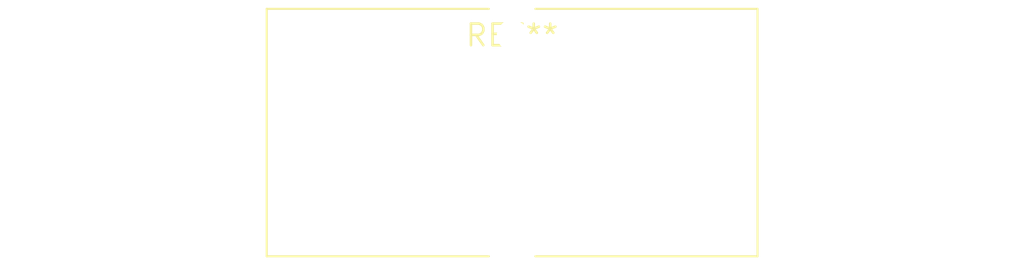
<source format=kicad_pcb>
(kicad_pcb (version 20240108) (generator pcbnew)
  (layers (0 "F.Cu" signal) (31 "B.Cu" signal) (34 "B.Paste" user) (35 "F.Paste" user) (36 "B.SilkS" user "B.Silkscreen") (37 "F.SilkS" user "F.Silkscreen") (38 "B.Mask" user) (39 "F.Mask" user) (44 "Edge.Cuts" user))
  (net 0 "")
  (footprint "L_Toroid_Vertical_L28.6mm_W14.3mm_P11.43mm_Bourns_5700" (layer "F.Cu") (at 0 0)
    (property "Reference" "REF**")
    (property "Value" "L_Toroid_Vertical_L28.6mm_W14.3mm_P11.43mm_Bourns_5700")
    (fp_line (start -14.42 -1.555) (end -14.42 12.985) (layer "F.SilkS") (stroke (width 0.12)))
    (fp_line (start -14.42 -1.555) (end -1.365 -1.555) (layer "F.SilkS") (stroke (width 0.12)))
    (fp_line (start -14.42 12.985) (end -1.365 12.985) (layer "F.SilkS") (stroke (width 0.12)))
    (fp_line (start 1.365 -1.555) (end 14.42 -1.555) (layer "F.SilkS") (stroke (width 0.12)))
    (fp_line (start 1.365 12.985) (end 14.42 12.985) (layer "F.SilkS") (stroke (width 0.12)))
    (fp_line (start 14.42 -1.555) (end 14.42 12.985) (layer "F.SilkS") (stroke (width 0.12)))
    (pad "1" thru_hole circle (at 0 0) (size 3.6 3.6) (drill 1.8) (layers *.Cu *.Mask) (remove_unused_layers))
    (pad "2" thru_hole circle (at 0 11.43) (size 3.6 3.6) (drill 1.8) (layers *.Cu *.Mask) (remove_unused_layers))
  )
)
</source>
